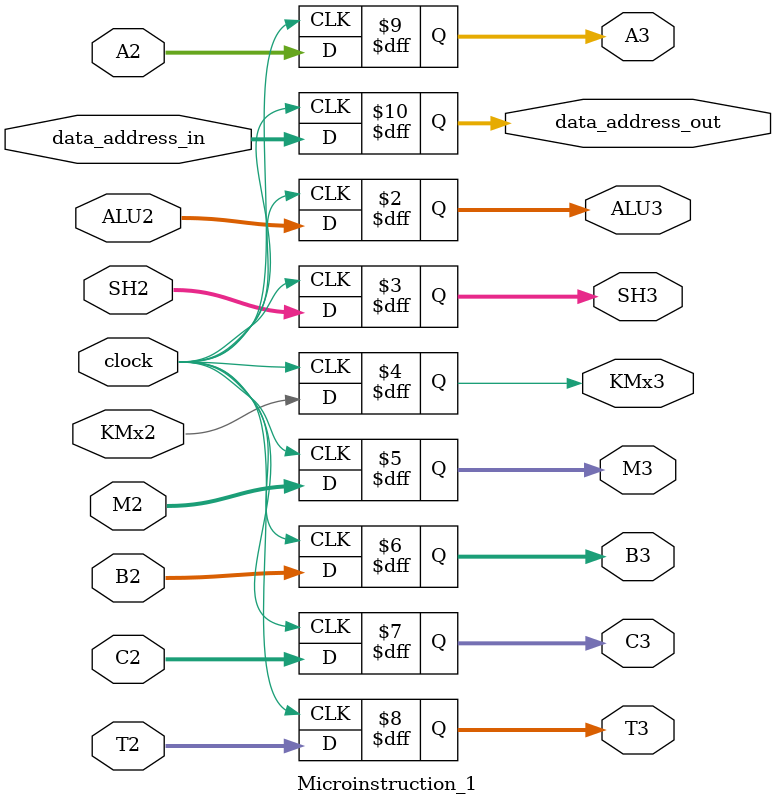
<source format=v>

module Microinstruction_1 (
	clock,
	data_address_in,
	ALU2,
	SH2,
	KMx2,
	M2,
	B2,
	C2,
	T2,
	A2,
	ALU3,
	SH3,
	KMx3,
	M3,
	B3,
	C3,
	T3,
	A3,
	data_address_out
);

/*****************************************************************
Modulo que implementa la primera microintrucción del pipeline,
habria que chequear que en el momento inicial no flashee cualquiera.
******************************************************************/

	input [3:0]ALU2;
	input [1:0]SH2;
	input KMx2;
	input [1:0]M2;
	input [5:0]B2;
	input [5:0]C2;
	input [6:0]T2;
	input [4:0]A2;
	input clock;
	input [10:0] data_address_in;

	output reg [3:0]ALU3;
	output reg [1:0]SH3;
	output reg KMx3;
	output reg [1:0]M3;
	output reg [5:0]B3;
	output reg [5:0]C3;
	output reg [6:0]T3;
	output reg [4:0]A3;
	output reg [10:0]data_address_out;

	always @(posedge clock) 
	begin
		ALU3 = ALU2;
		SH3 = SH2;
		KMx3 = KMx2;
		M3 = M2;
		B3 = B2;
		C3 = C2;
		T3 = T2;
		A3 = A2;
		data_address_out = data_address_in;
	end

endmodule
</source>
